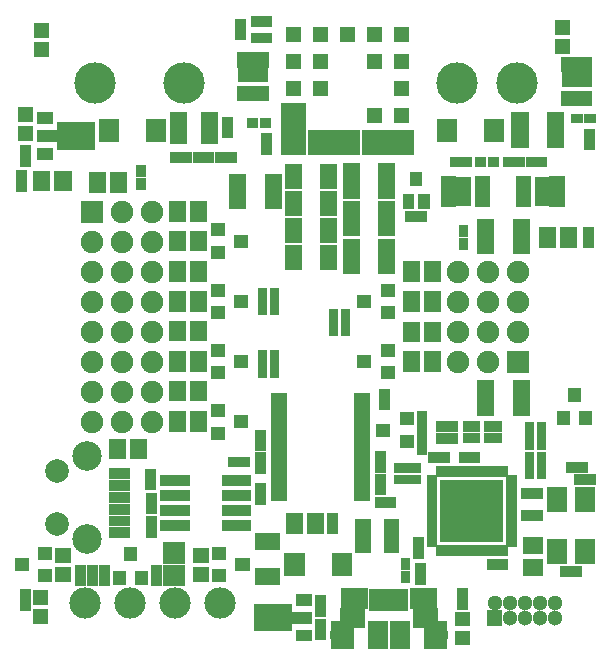
<source format=gbr>
G04 start of page 8 for group -4063 idx -4063 *
G04 Title: (unknown), componentmask *
G04 Creator: pcb 1.99z *
G04 CreationDate: Wed 03 Sep 2014 19:39:49 GMT UTC *
G04 For: rbarlow *
G04 Format: Gerber/RS-274X *
G04 PCB-Dimensions (mm): 70.00 74.00 *
G04 PCB-Coordinate-Origin: lower left *
%MOMM*%
%FSLAX43Y43*%
%LNTOPMASK*%
%ADD128R,5.300X5.300*%
%ADD127R,0.750X0.750*%
%ADD126R,2.070X2.070*%
%ADD125R,2.025X2.025*%
%ADD124R,1.925X1.925*%
%ADD123R,1.675X1.675*%
%ADD122R,1.760X1.760*%
%ADD121R,1.650X1.650*%
%ADD120R,0.600X0.600*%
%ADD119R,0.800X0.800*%
%ADD118R,1.700X1.700*%
%ADD117R,0.900X0.900*%
%ADD116R,2.300X2.300*%
%ADD115R,1.000X1.000*%
%ADD114R,1.250X1.250*%
%ADD113R,1.450X1.450*%
%ADD112R,1.100X1.100*%
%ADD111R,0.700X0.700*%
%ADD110R,0.920X0.920*%
%ADD109C,1.300*%
%ADD108C,1.400*%
%ADD107C,0.002*%
%ADD106C,3.500*%
%ADD105C,2.650*%
%ADD104C,1.900*%
%ADD103C,2.000*%
%ADD102C,2.500*%
G54D102*X16500Y19400D03*
G54D103*X14000Y25150D03*
Y20650D03*
G54D102*X16500Y26400D03*
G54D104*X16960Y42000D03*
Y39460D03*
Y36920D03*
Y34380D03*
Y31840D03*
Y29300D03*
X19500Y42000D03*
Y39460D03*
Y36920D03*
Y34380D03*
Y31840D03*
Y29300D03*
X22040Y42000D03*
Y39460D03*
Y36920D03*
Y34380D03*
Y31840D03*
Y29300D03*
G54D105*X16385Y14000D03*
X20195D03*
X24005D03*
X27815D03*
G54D106*X24750Y58000D03*
X17250D03*
G54D107*G36*
X16010Y48030D02*Y46130D01*
X17910D01*
Y48030D01*
X16010D01*
G37*
G54D104*X19500Y47080D03*
X22040D03*
G54D106*X52900Y58000D03*
X47900D03*
G54D107*G36*
X52090Y35330D02*Y33430D01*
X53990D01*
Y35330D01*
X52090D01*
G37*
G54D104*X53040Y36920D03*
Y39460D03*
Y42000D03*
X47960Y34380D03*
Y36920D03*
Y39460D03*
Y42000D03*
X16960Y44540D03*
X19500D03*
X22040D03*
X50500Y34380D03*
Y36920D03*
Y39460D03*
Y42000D03*
X38000Y11250D03*
X46200D03*
G54D108*X39675Y14330D03*
X44525D03*
G54D107*G36*
X50410Y13350D02*Y12050D01*
X51710D01*
Y13350D01*
X50410D01*
G37*
G54D109*X51060Y13970D03*
X52330Y12700D03*
Y13970D03*
X53600Y12700D03*
X54870D03*
X56140D03*
X53600Y13970D03*
X54870D03*
X56140D03*
G54D110*X41400Y26351D02*Y26349D01*
X41700Y31651D02*Y31649D01*
Y30751D02*Y30749D01*
G54D111*X39450Y31425D02*X40150D01*
G54D112*X39950Y34400D02*X40050D01*
G54D111*X39450Y30775D02*X40150D01*
X39450Y30125D02*X40150D01*
X39450Y29475D02*X40150D01*
G54D112*X41550Y28600D02*X41650D01*
G54D113*X44000Y34550D02*Y34250D01*
X45800Y34550D02*Y34250D01*
G54D112*X41950Y33450D02*X42050D01*
G54D113*X44000Y37050D02*Y36750D01*
X45800Y37050D02*Y36750D01*
X44000Y39650D02*Y39350D01*
X45800Y39650D02*Y39350D01*
X44000Y42150D02*Y41850D01*
X45800Y42150D02*Y41850D01*
G54D111*X39450Y28825D02*X40150D01*
X39450Y28175D02*X40150D01*
X39450Y27525D02*X40150D01*
X39450Y26875D02*X40150D01*
G54D112*X43550Y27650D02*X43650D01*
X43550Y29550D02*X43650D01*
G54D110*X44900Y29751D02*Y29749D01*
Y28851D02*Y28849D01*
Y27851D02*Y27849D01*
Y26951D02*Y26949D01*
X45899Y26300D02*X45901D01*
G54D114*X14475Y16400D02*X14525D01*
X14475Y18000D02*X14525D01*
G54D112*X12950Y16250D02*X13050D01*
G54D114*X12575Y14400D02*X12625D01*
X12575Y12800D02*X12625D01*
G54D110*X11300Y13751D02*Y13749D01*
Y14651D02*Y14649D01*
G54D112*X12950Y18150D02*X13050D01*
X10950Y17200D02*X11050D01*
G54D110*X19749Y21900D02*X19751D01*
X18849D02*X18851D01*
X18849Y20900D02*X18851D01*
X19749D02*X19751D01*
X19749Y22900D02*X19751D01*
X18849D02*X18851D01*
X16000Y15851D02*Y15849D01*
X18000Y15851D02*Y15849D01*
X17000Y15851D02*Y15849D01*
X16000Y16751D02*Y16749D01*
X18000Y16751D02*Y16749D01*
X17000Y16751D02*Y16749D01*
X18849Y19900D02*X18851D01*
X19749D02*X19751D01*
G54D112*X20200Y18150D02*Y18050D01*
G54D110*X22400Y16751D02*Y16749D01*
Y15851D02*Y15849D01*
G54D112*X19250Y16150D02*Y16050D01*
X21150Y16150D02*Y16050D01*
G54D110*X22000Y19951D02*Y19949D01*
X23400Y18651D02*Y18649D01*
Y17751D02*Y17749D01*
Y15851D02*Y15849D01*
Y16751D02*Y16749D01*
X11300Y51351D02*Y51349D01*
Y52251D02*Y52249D01*
G54D115*X12775Y52000D02*X13175D01*
G54D114*X11275Y55300D02*X11325D01*
G54D115*X12775Y55000D02*X13175D01*
G54D114*X11275Y53700D02*X11325D01*
G54D115*X12775Y53500D02*X13875D01*
X12775D02*X13175D01*
G54D116*X15175D02*X16025D01*
G54D107*G36*
X14625Y54100D02*Y52900D01*
X15825D01*
Y54100D01*
X14625D01*
G37*
G54D110*X11000Y50151D02*Y50149D01*
Y49251D02*Y49249D01*
G54D113*X12700Y49850D02*Y49550D01*
G54D114*X12675Y60800D02*X12725D01*
X12675Y62400D02*X12725D01*
G54D117*X16525Y54000D02*Y53000D01*
G54D118*X22400Y54120D02*Y53880D01*
X18400Y54120D02*Y53880D01*
G54D113*X14500Y49850D02*Y49550D01*
G54D119*X21100Y49530D02*Y49330D01*
Y50630D02*Y50430D01*
G54D113*X17400Y49730D02*Y49430D01*
X19200Y49730D02*Y49430D01*
G54D111*X32450Y30125D02*X33150D01*
X32450Y29475D02*X33150D01*
X32450Y28825D02*X33150D01*
X32450Y28175D02*X33150D01*
X32450Y27525D02*X33150D01*
X32450Y26875D02*X33150D01*
X32450Y26225D02*X33150D01*
G54D113*X34100Y20850D02*Y20550D01*
X35900Y20850D02*Y20550D01*
G54D110*X37300Y21151D02*Y21149D01*
Y20251D02*Y20249D01*
G54D111*X32450Y31425D02*X33150D01*
X32450Y30775D02*X33150D01*
G54D112*X27550Y30250D02*X27650D01*
X27550Y28350D02*X27650D01*
X29550Y29300D02*X29650D01*
G54D113*X26000Y29450D02*Y29150D01*
G54D111*X32350Y33400D02*X32450D01*
G54D120*X32300Y33950D02*X32500D01*
X32300Y34450D02*X32500D01*
G54D111*X31350Y33400D02*X31450D01*
G54D120*X31300Y33950D02*X31500D01*
X31300Y34450D02*X31500D01*
G54D111*X31350Y35000D02*X31450D01*
G54D110*X31200Y28151D02*Y28149D01*
Y27251D02*Y27249D01*
Y26251D02*Y26249D01*
G54D112*X27550Y33450D02*X27650D01*
G54D113*X24200Y32050D02*Y31750D01*
X26000Y32050D02*Y31750D01*
X24200Y34550D02*Y34250D01*
X26000Y34550D02*Y34250D01*
G54D112*X29550Y34400D02*X29650D01*
G54D111*X32450Y24925D02*X33150D01*
X32450Y24275D02*X33150D01*
X32450Y23625D02*X33150D01*
X32450Y22975D02*X33150D01*
X32450Y25575D02*X33150D01*
G54D110*X31200Y25351D02*Y25349D01*
G54D117*X28400Y24305D02*X30000D01*
G54D110*X29849Y25900D02*X29851D01*
X28949D02*X28951D01*
X31200Y23651D02*Y23649D01*
X41349Y22500D02*X41351D01*
X42249D02*X42251D01*
X41400Y25451D02*Y25449D01*
Y24451D02*Y24449D01*
Y23551D02*Y23549D01*
G54D111*X39450Y26225D02*X40150D01*
X39450Y25575D02*X40150D01*
X39450Y24925D02*X40150D01*
X39450Y24275D02*X40150D01*
X39450Y23625D02*X40150D01*
X39450Y22975D02*X40150D01*
G54D115*X39750Y20550D02*X40050D01*
X39750Y19600D02*X40050D01*
X39750Y18650D02*X40050D01*
G54D110*X44600Y19051D02*Y19049D01*
Y18151D02*Y18149D01*
G54D115*X42150Y18650D02*X42450D01*
X42150Y19600D02*X42450D01*
X42150Y20550D02*X42450D01*
G54D120*X45600Y19000D02*X45900D01*
X45600Y19500D02*X45900D01*
X45600Y20000D02*X45900D01*
X45600Y20500D02*X45900D01*
G54D110*X44800Y16851D02*Y16849D01*
G54D119*X43500Y17350D02*Y17150D01*
G54D111*X44500Y25450D02*Y25350D01*
G54D120*X43950Y25500D02*Y25300D01*
G54D111*X44500Y24450D02*Y24350D01*
G54D120*X43450Y25500D02*Y25300D01*
G54D111*X42900Y25450D02*Y25350D01*
G54D120*X43950Y24500D02*Y24300D01*
X43450Y24500D02*Y24300D01*
G54D111*X42900Y24450D02*Y24350D01*
G54D120*X45600Y21000D02*X45900D01*
X45600Y21500D02*X45900D01*
X45600Y22000D02*X45900D01*
X45600Y22500D02*X45900D01*
X45600Y23000D02*X45900D01*
X45600Y23500D02*X45900D01*
X45600Y24000D02*X45900D01*
X45600Y24500D02*X45900D01*
G54D110*X44800Y15951D02*Y15949D01*
G54D121*X44987Y12675D02*X45462D01*
G54D122*X44730Y14330D02*X45270D01*
G54D111*X43400Y14800D02*Y13600D01*
G54D119*X43500Y16250D02*Y16050D01*
G54D114*X48275Y11000D02*X48325D01*
X48275Y12600D02*X48325D01*
G54D110*X48300Y14751D02*Y14749D01*
Y13851D02*Y13849D01*
G54D123*X41163Y11613D02*Y10887D01*
X43037Y11613D02*Y10887D01*
G54D124*X46037Y11487D02*Y11012D01*
G54D111*X42750Y14800D02*Y13600D01*
X42100Y14800D02*Y13600D01*
X41450Y14800D02*Y13600D01*
X40800Y14800D02*Y13600D01*
G54D113*X19100Y27150D02*Y26850D01*
G54D110*X18849Y23900D02*X18851D01*
X19749D02*X19751D01*
X19749Y24900D02*X19751D01*
X18849D02*X18851D01*
G54D113*X20900Y27150D02*Y26850D01*
X24200Y29450D02*Y29150D01*
G54D110*X21900Y23951D02*Y23949D01*
Y24851D02*Y24849D01*
X22000Y22851D02*Y22849D01*
Y20851D02*Y20849D01*
Y21951D02*Y21949D01*
G54D117*X23200Y24305D02*X24800D01*
X23200Y23035D02*X24800D01*
X23200Y21765D02*X24800D01*
X23200Y20495D02*X24800D01*
G54D110*X31200Y22751D02*Y22749D01*
G54D117*X28400Y20495D02*X30000D01*
X28400Y21765D02*X30000D01*
X28400Y23035D02*X30000D01*
G54D114*X26175Y18000D02*X26225D01*
X26175Y16400D02*X26225D01*
G54D112*X27650Y18150D02*X27750D01*
X27650Y16250D02*X27750D01*
X29650Y17200D02*X29750D01*
G54D113*X31475Y19200D02*X32125D01*
G54D110*X24400Y18651D02*Y18649D01*
Y17751D02*Y17749D01*
Y15851D02*Y15849D01*
Y16751D02*Y16749D01*
G54D116*X31850Y12700D02*X32700D01*
G54D117*X31350Y13200D02*Y12200D01*
G54D107*G36*
X32050Y13300D02*Y12100D01*
X33250D01*
Y13300D01*
X32050D01*
G37*
G54D110*X36300Y11251D02*Y11249D01*
G54D124*X38163Y11487D02*Y11012D01*
G54D121*X38738Y12675D02*X39213D01*
G54D110*X36300Y12151D02*Y12149D01*
G54D115*X34700Y11200D02*X35100D01*
X34000Y12700D02*X35100D01*
X34700D02*X35100D01*
G54D110*X36300Y14151D02*Y14149D01*
Y13251D02*Y13249D01*
G54D122*X38930Y14330D02*X39470D01*
G54D115*X34700Y14200D02*X35100D01*
G54D118*X38100Y17320D02*Y17080D01*
X34100Y17320D02*Y17080D01*
G54D113*X31475Y16200D02*X32125D01*
G54D110*X29500Y62951D02*Y62949D01*
X30849Y61800D02*X30851D01*
X31749D02*X31751D01*
X29500Y62051D02*Y62049D01*
G54D111*X31575Y60230D02*Y59640D01*
X30925Y60230D02*Y59640D01*
X30275Y60230D02*Y59640D01*
X29625Y60230D02*Y59640D01*
X29832Y59570D02*X30120D01*
X31080D02*X31368D01*
G54D125*X30345Y59058D02*X30855D01*
G54D111*X29832Y58545D02*X30120D01*
X31080D02*X31368D01*
G54D110*X31700Y53251D02*Y53249D01*
G54D126*X34010Y55240D02*Y52940D01*
G54D119*X31550Y54600D02*X31750D01*
G54D110*X31749Y63200D02*X31751D01*
G54D107*G36*
X33355Y62755D02*Y61445D01*
X34665D01*
Y62755D01*
X33355D01*
G37*
G54D110*X30849Y63200D02*X30851D01*
G54D107*G36*
X37925Y62755D02*Y61445D01*
X39235D01*
Y62755D01*
X37925D01*
G37*
G36*
X35645D02*Y61445D01*
X36955D01*
Y62755D01*
X35645D01*
G37*
G36*
Y60465D02*Y59155D01*
X36955D01*
Y60465D01*
X35645D01*
G37*
G54D126*X36290Y52950D02*X38590D01*
G54D113*X37000Y50425D02*Y49775D01*
X34000Y50425D02*Y49775D01*
X38900Y50475D02*Y48925D01*
X32300Y49575D02*Y48025D01*
G54D107*G36*
X33355Y60465D02*Y59155D01*
X34665D01*
Y60465D01*
X33355D01*
G37*
G36*
X35645Y58175D02*Y56865D01*
X36955D01*
Y58175D01*
X35645D01*
G37*
G36*
X33355D02*Y56865D01*
X34665D01*
Y58175D01*
X33355D01*
G37*
G54D111*X31575Y57360D02*Y56770D01*
G54D127*X23975Y53225D02*X24625D01*
G54D110*X24949Y51700D02*X24951D01*
X24049D02*X24051D01*
G54D127*X26575Y53875D02*X27225D01*
X23975D02*X24625D01*
G54D110*X28400Y53751D02*Y53749D01*
G54D127*X26575Y54525D02*X27225D01*
X23975D02*X24625D01*
G54D119*X30450Y54600D02*X30650D01*
G54D110*X28400Y54651D02*Y54649D01*
G54D127*X26575Y55175D02*X27225D01*
X23975D02*X24625D01*
X26575Y53225D02*X27225D01*
G54D110*X25949Y51700D02*X25951D01*
X26849D02*X26851D01*
X27849D02*X27851D01*
X28749D02*X28751D01*
G54D111*X29625Y57360D02*Y56770D01*
X30275Y57360D02*Y56770D01*
X30925Y57360D02*Y56770D01*
G54D113*X29300Y49575D02*Y48025D01*
X53200Y54775D02*Y53225D01*
X53300Y45775D02*Y44225D01*
X50300Y45775D02*Y44225D01*
G54D110*X52249Y51300D02*X52251D01*
X53149D02*X53151D01*
G54D111*X53170Y48475D02*X53760D01*
X53170Y47825D02*X53760D01*
G54D110*X55049Y51300D02*X55051D01*
X54149D02*X54151D01*
G54D111*X53170Y49775D02*X53760D01*
X53170Y49125D02*X53760D01*
X54945Y49568D02*Y49280D01*
X56040Y47825D02*X56630D01*
X56040Y48475D02*X56630D01*
X54945Y48320D02*Y48032D01*
X55970Y48320D02*Y48032D01*
X56040Y49125D02*X56630D01*
X56040Y49775D02*X56630D01*
G54D125*X55458Y49055D02*Y48545D01*
G54D111*X55970Y49568D02*Y49280D01*
G54D110*X59100Y52751D02*Y52749D01*
Y53651D02*Y53649D01*
X59000Y44451D02*Y44449D01*
Y45351D02*Y45349D01*
G54D113*X55500Y45050D02*Y44750D01*
X57300Y45050D02*Y44750D01*
G54D110*X31700Y52351D02*Y52349D01*
G54D112*X27550Y45550D02*X27650D01*
X27550Y43650D02*X27650D01*
X29550Y44600D02*X29650D01*
G54D113*X24200Y44750D02*Y44450D01*
Y47250D02*Y46950D01*
Y42150D02*Y41850D01*
X26000Y44750D02*Y44450D01*
Y47250D02*Y46950D01*
Y42150D02*Y41850D01*
G54D111*X37350Y38500D02*X37450D01*
X38350D02*X38450D01*
G54D120*X38300Y37950D02*X38500D01*
X38300Y37450D02*X38500D01*
G54D111*X38350Y36900D02*X38450D01*
G54D112*X39950Y39500D02*X40050D01*
G54D120*X37300Y37950D02*X37500D01*
X37300Y37450D02*X37500D01*
G54D111*X37350Y36900D02*X37450D01*
G54D112*X41950Y35350D02*X42050D01*
X41950Y38550D02*X42050D01*
G54D111*X32350Y40300D02*X32450D01*
G54D113*X34000Y43525D02*Y42875D01*
Y45825D02*Y45175D01*
Y48125D02*Y47475D01*
X37000Y43525D02*Y42875D01*
Y45825D02*Y45175D01*
Y48125D02*Y47475D01*
X38900Y47275D02*Y45725D01*
Y44075D02*Y42525D01*
X41900Y44075D02*Y42525D01*
G54D112*X41950Y40450D02*X42050D01*
G54D111*X32350Y35000D02*X32450D01*
X32350Y38700D02*X32450D01*
G54D120*X32300Y39250D02*X32500D01*
X32300Y39750D02*X32500D01*
G54D111*X31350Y38700D02*X31450D01*
G54D120*X31300Y39250D02*X31500D01*
X31300Y39750D02*X31500D01*
G54D111*X31350Y40300D02*X31450D01*
G54D112*X29550Y39500D02*X29650D01*
X27550Y40450D02*X27650D01*
X27550Y38550D02*X27650D01*
X27550Y35350D02*X27650D01*
G54D113*X24200Y37150D02*Y36850D01*
Y39650D02*Y39350D01*
X26000Y37150D02*Y36850D01*
Y39650D02*Y39350D01*
G54D118*X47000Y54120D02*Y53880D01*
G54D107*G36*
X42505Y62755D02*Y61445D01*
X43815D01*
Y62755D01*
X42505D01*
G37*
G36*
Y60465D02*Y59155D01*
X43815D01*
Y60465D01*
X42505D01*
G37*
G36*
Y58175D02*Y56865D01*
X43815D01*
Y58175D01*
X42505D01*
G37*
G36*
Y55895D02*Y54585D01*
X43815D01*
Y55895D01*
X42505D01*
G37*
G36*
X40215Y62755D02*Y61445D01*
X41525D01*
Y62755D01*
X40215D01*
G37*
G36*
Y60465D02*Y59155D01*
X41525D01*
Y60465D01*
X40215D01*
G37*
G36*
Y55895D02*Y54585D01*
X41525D01*
Y55895D01*
X40215D01*
G37*
G54D126*X40860Y52950D02*X43160D01*
G54D118*X51000Y54120D02*Y53880D01*
G54D113*X56200Y54775D02*Y53225D01*
G54D114*X56775Y62700D02*X56825D01*
X56775Y61100D02*X56825D01*
G54D111*X57025Y56960D02*Y56370D01*
Y59830D02*Y59240D01*
X57675Y56960D02*Y56370D01*
G54D119*X57950Y55000D02*X58150D01*
G54D111*X58325Y56960D02*Y56370D01*
X58975Y56960D02*Y56370D01*
G54D119*X59050Y55000D02*X59250D01*
G54D111*X58975Y59830D02*Y59240D01*
X58325Y59830D02*Y59240D01*
X58480Y58145D02*X58768D01*
X58480Y59170D02*X58768D01*
X57675Y59830D02*Y59240D01*
G54D125*X57745Y58658D02*X58255D01*
G54D111*X57232Y58145D02*X57520D01*
X57232Y59170D02*X57520D01*
X46870Y49775D02*X47460D01*
X46870Y49125D02*X47460D01*
X47530Y49568D02*Y49280D01*
X46870Y48475D02*X47460D01*
X46870Y47825D02*X47460D01*
G54D125*X48042Y49055D02*Y48545D01*
G54D111*X48555Y48320D02*Y48032D01*
Y49568D02*Y49280D01*
X47530Y48320D02*Y48032D01*
G54D110*X47749Y51300D02*X47751D01*
X48649D02*X48651D01*
G54D111*X49740Y47825D02*X50330D01*
X49740Y48475D02*X50330D01*
X49740Y49125D02*X50330D01*
X49740Y49775D02*X50330D01*
G54D119*X50850Y51300D02*X51050D01*
X49750D02*X49950D01*
X48400Y44450D02*Y44250D01*
Y45550D02*Y45350D01*
G54D110*X44849Y46700D02*X44851D01*
X43949D02*X43951D01*
G54D115*X43750Y48050D02*Y47850D01*
X45050Y48050D02*Y47850D01*
X44400Y49950D02*Y49750D01*
G54D113*X41900Y47275D02*Y45725D01*
Y50475D02*Y48925D01*
G54D110*X58449Y25400D02*X58451D01*
G54D112*X56850Y29650D02*Y29550D01*
X58750Y29650D02*Y29550D01*
X57800Y31650D02*Y31550D01*
G54D110*X57549Y25400D02*X57551D01*
G54D111*X54950Y26400D02*X55050D01*
G54D120*X54900Y25850D02*X55100D01*
G54D111*X53950Y28900D02*X54050D01*
X54950D02*X55050D01*
G54D120*X53900Y28350D02*X54100D01*
X54900D02*X55100D01*
X54900Y27850D02*X55100D01*
G54D111*X54950Y27300D02*X55050D01*
G54D120*X53900Y27850D02*X54100D01*
G54D111*X53950Y27300D02*X54050D01*
G54D110*X50849Y17200D02*X50851D01*
X51749D02*X51751D01*
G54D120*X51850Y18550D02*Y18250D01*
X51350Y18550D02*Y18250D01*
X50850Y18550D02*Y18250D01*
X52300Y19000D02*X52600D01*
X52300Y19500D02*X52600D01*
X52300Y20000D02*X52600D01*
X52300Y20500D02*X52600D01*
G54D110*X54649Y21400D02*X54651D01*
X54649Y23200D02*X54651D01*
X53749Y21400D02*X53751D01*
X53749Y23200D02*X53751D01*
G54D113*X54150Y17000D02*X54450D01*
X54150Y18800D02*X54450D01*
G54D118*X56300Y18500D02*Y18100D01*
X58700Y18500D02*Y18100D01*
X56300Y22900D02*Y22500D01*
X58700Y22900D02*Y22500D01*
G54D110*X59149Y24400D02*X59151D01*
X58249D02*X58251D01*
X57049Y16600D02*X57051D01*
X57949D02*X57951D01*
G54D120*X52300Y21000D02*X52600D01*
X52300Y21500D02*X52600D01*
X52300Y22000D02*X52600D01*
X52300Y22500D02*X52600D01*
G54D111*X50450Y19500D02*X51250D01*
X50450Y20350D02*X51250D01*
X50450Y21300D02*X51250D01*
X50450Y22200D02*X51250D01*
G54D113*X53300Y32075D02*Y30525D01*
X50300Y32075D02*Y30525D01*
G54D111*X53950Y26400D02*X54050D01*
G54D117*X50600Y28875D02*X51200D01*
X50600Y27925D02*X51200D01*
G54D120*X53900Y25850D02*X54100D01*
G54D117*X48800Y28875D02*X49400D01*
X48800Y27925D02*X49400D01*
G54D120*X53900Y25350D02*X54100D01*
G54D111*X53950Y24800D02*X54050D01*
G54D120*X54900Y25350D02*X55100D01*
G54D111*X54950Y24800D02*X55050D01*
G54D120*X52300Y23000D02*X52600D01*
X52300Y23500D02*X52600D01*
X52300Y24000D02*X52600D01*
X52300Y24500D02*X52600D01*
X51850Y25250D02*Y24950D01*
X51350Y25250D02*Y24950D01*
X50850Y25250D02*Y24950D01*
X50350Y25250D02*Y24950D01*
Y18550D02*Y18250D01*
X49850Y18550D02*Y18250D01*
X49350Y18550D02*Y18250D01*
X48850Y18550D02*Y18250D01*
X48350Y18550D02*Y18250D01*
X47850Y18550D02*Y18250D01*
X47350Y18550D02*Y18250D01*
X46850Y18550D02*Y18250D01*
X46350Y18550D02*Y18250D01*
G54D128*X49099Y21750D02*X49101D01*
G54D111*X48650Y21300D02*X49550D01*
X48650Y22200D02*X49550D01*
X46950Y21300D02*X47750D01*
X46950Y22200D02*X47750D01*
X46950Y23150D02*X47750D01*
X50450D02*X51250D01*
X50450Y24000D02*X51250D01*
X48650Y23150D02*X49550D01*
X48650Y24000D02*X49550D01*
X48650Y19500D02*X49550D01*
X48650Y20350D02*X49550D01*
X46950Y19500D02*X47750D01*
X46950Y20350D02*X47750D01*
G54D110*X46799Y26300D02*X46801D01*
X48449D02*X48451D01*
X49349D02*X49351D01*
G54D120*X49850Y25250D02*Y24950D01*
X49350Y25250D02*Y24950D01*
X48850Y25250D02*Y24950D01*
X48350Y25250D02*Y24950D01*
X47850Y25250D02*Y24950D01*
X47350Y25250D02*Y24950D01*
X46850Y25250D02*Y24950D01*
X46350Y25250D02*Y24950D01*
G54D111*X46950Y24000D02*X47750D01*
G54D110*X46549Y28900D02*X46551D01*
X46549Y27900D02*X46551D01*
X47449Y28900D02*X47451D01*
X47449Y27900D02*X47451D01*
M02*

</source>
